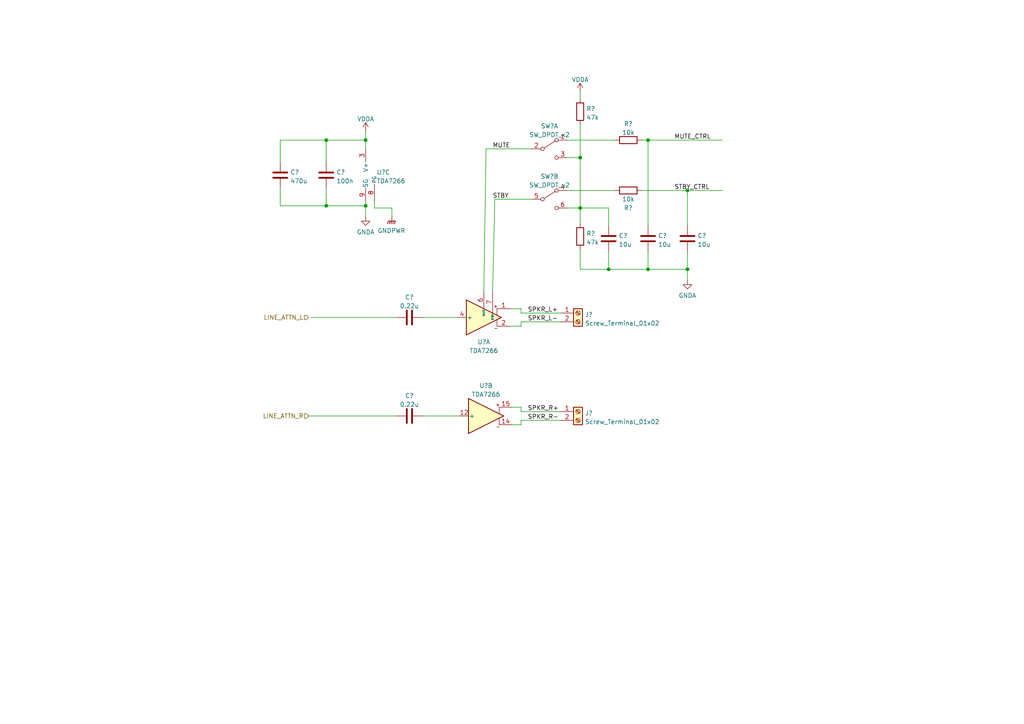
<source format=kicad_sch>
(kicad_sch (version 20211123) (generator eeschema)
  (paper "A4")
  (lib_symbols
    (symbol "Amplifier_Audio:TDA7266" (pin_names (offset 0.127))
      (property "Reference" "U" (at 5.08 5.08 0))
      (property "Value" "TDA7266" (at 5.08 -5.08 0))
      (symbol "TDA7266_1_1"
        (polyline (pts (xy 3.048 3.175) (xy 3.81 3.175)))
        (polyline (pts (xy 3.175 -3.175) (xy 3.81 -3.175)))
        (polyline (pts (xy 3.429 2.794) (xy 3.429 3.556)))
        (polyline (pts (xy 3.81 -0.635) (xy 3.81 -2.54)))
        (polyline (pts (xy 3.81 2.54) (xy 3.81 0.635)))
        (polyline (pts (xy 5.08 0) (xy -5.08 5.08) (xy -5.08 -5.08) (xy 5.08 0)) (stroke (width 0.254)) (fill (type background)))
        (pin output line (at 7.62 2.54 180) (length 3.81) (name "~") (number "1"))
        (pin no_connect line (at 0 2.54 270) (length 2.54) hide (name "NC") (number "10"))
        (pin no_connect line (at 2.54 2.54 270) (length 2.54) hide (name "NC") (number "11"))
        (pin output line (at 7.62 -2.54 180) (length 3.81) (name "~") (number "2"))
        (pin input line (at -7.62 0 0) (length 2.54) (name "+") (number "4"))
        (pin no_connect line (at -2.54 2.54 270) (length 2.54) hide (name "NC") (number "5"))
        (pin input line (at 0 7.62 270) (length 5.08) (name "MUTE") (number "6"))
        (pin input line (at 2.54 7.62 270) (length 6.35) (name "STBY") (number "7"))
      )
      (symbol "TDA7266_2_1"
        (polyline (pts (xy 3.048 3.175) (xy 3.81 3.175)))
        (polyline (pts (xy 3.175 -3.175) (xy 3.81 -3.175)))
        (polyline (pts (xy 3.429 2.794) (xy 3.429 3.556)))
        (polyline (pts (xy 3.81 -0.635) (xy 3.81 -2.54)))
        (polyline (pts (xy 3.81 2.54) (xy 3.81 0.635)))
        (polyline (pts (xy 5.08 0) (xy -5.08 5.08) (xy -5.08 -5.08) (xy 5.08 0)) (stroke (width 0.254)) (fill (type background)))
        (pin input line (at -7.62 0 0) (length 2.54) (name "+") (number "12"))
        (pin output line (at 7.62 -2.54 180) (length 3.81) (name "~") (number "14"))
        (pin output line (at 7.62 2.54 180) (length 3.81) (name "~") (number "15"))
      )
      (symbol "TDA7266_3_1"
        (pin passive line (at -2.54 7.62 270) (length 3.81) hide (name "V+") (number "13"))
        (pin power_in line (at -2.54 7.62 270) (length 3.81) (name "V+") (number "3"))
        (pin power_in line (at 0 -7.62 90) (length 5.08) (name "PG") (number "8"))
        (pin power_in line (at -2.54 -7.62 90) (length 3.81) (name "SG") (number "9"))
      )
    )
    (symbol "Connector:Screw_Terminal_01x02" (pin_names (offset 1.016) hide)
      (property "Reference" "J" (at 0 2.54 0))
      (property "Value" "Screw_Terminal_01x02" (at 0 -5.08 0))
      (symbol "Screw_Terminal_01x02_1_1"
        (rectangle (start -1.27 1.27) (end 1.27 -3.81) (stroke (width 0.254)) (fill (type background)))
        (circle (center 0 -2.54) (radius 0.635) (stroke (width 0.1524)))
        (polyline (pts (xy -0.5334 -2.2098) (xy 0.3302 -3.048)) (stroke (width 0.1524)))
        (polyline (pts (xy -0.5334 0.3302) (xy 0.3302 -0.508)) (stroke (width 0.1524)))
        (polyline (pts (xy -0.3556 -2.032) (xy 0.508 -2.8702)) (stroke (width 0.1524)))
        (polyline (pts (xy -0.3556 0.508) (xy 0.508 -0.3302)) (stroke (width 0.1524)))
        (circle (center 0 0) (radius 0.635) (stroke (width 0.1524)))
        (pin passive line (at -5.08 0 0) (length 3.81) (name "Pin_1") (number "1"))
        (pin passive line (at -5.08 -2.54 0) (length 3.81) (name "Pin_2") (number "2"))
      )
    )
    (symbol "Device:C" (pin_numbers hide) (pin_names (offset 0.254))
      (property "Reference" "C" (at 0.635 2.54 0))
      (property "Value" "C" (at 0.635 -2.54 0))
      (symbol "C_0_1"
        (polyline (pts (xy -2.032 -0.762) (xy 2.032 -0.762)) (stroke (width 0.508)))
        (polyline (pts (xy -2.032 0.762) (xy 2.032 0.762)) (stroke (width 0.508)))
      )
      (symbol "C_1_1"
        (pin passive line (at 0 3.81 270) (length 2.794) (name "~") (number "1"))
        (pin passive line (at 0 -3.81 90) (length 2.794) (name "~") (number "2"))
      )
    )
    (symbol "Device:R" (pin_numbers hide) (pin_names (offset 0))
      (property "Reference" "R" (at 2.032 0 90))
      (property "Value" "R" (at 0 0 90))
      (symbol "R_0_1"
        (rectangle (start -1.016 -2.54) (end 1.016 2.54) (stroke (width 0.254)))
      )
      (symbol "R_1_1"
        (pin passive line (at 0 3.81 270) (length 1.27) (name "~") (number "1"))
        (pin passive line (at 0 -3.81 90) (length 1.27) (name "~") (number "2"))
      )
    )
    (symbol "Switch:SW_DPDT_x2" (pin_names (offset 0) hide)
      (property "Reference" "SW" (at 0 4.318 0))
      (property "Value" "SW_DPDT_x2" (at 0 -5.08 0))
      (symbol "SW_DPDT_x2_0_0"
        (circle (center -2.032 0) (radius 0.508))
        (circle (center 2.032 -2.54) (radius 0.508))
      )
      (symbol "SW_DPDT_x2_0_1"
        (polyline (pts (xy -1.524 0.254) (xy 1.651 2.286)))
        (circle (center 2.032 2.54) (radius 0.508))
      )
      (symbol "SW_DPDT_x2_1_1"
        (pin passive line (at 5.08 2.54 180) (length 2.54) (name "A") (number "1"))
        (pin passive line (at -5.08 0 0) (length 2.54) (name "B") (number "2"))
        (pin passive line (at 5.08 -2.54 180) (length 2.54) (name "C") (number "3"))
      )
      (symbol "SW_DPDT_x2_2_1"
        (pin passive line (at 5.08 2.54 180) (length 2.54) (name "A") (number "4"))
        (pin passive line (at -5.08 0 0) (length 2.54) (name "B") (number "5"))
        (pin passive line (at 5.08 -2.54 180) (length 2.54) (name "C") (number "6"))
      )
    )
    (symbol "power:GNDA" (power) (pin_names (offset 0))
      (property "Value" "GNDA" (at 0 -3.81 0))
      (symbol "GNDA_0_1"
        (polyline (pts (xy 0 0) (xy 0 -1.27) (xy 1.27 -1.27) (xy 0 -2.54) (xy -1.27 -1.27) (xy 0 -1.27)))
      )
      (symbol "GNDA_1_1"
        (pin power_in line (at 0 0 270) (length 0) hide (name "GNDA") (number "1"))
      )
    )
    (symbol "power:GNDPWR" (power) (pin_names (offset 0))
      (property "Value" "GNDPWR" (at 0 -3.302 0))
      (symbol "GNDPWR_0_1"
        (polyline (pts (xy 0 -1.27) (xy 0 0)))
        (polyline (pts (xy -1.016 -1.27) (xy -1.27 -2.032) (xy -1.27 -2.032)) (stroke (width 0.2032)))
        (polyline (pts (xy -0.508 -1.27) (xy -0.762 -2.032) (xy -0.762 -2.032)) (stroke (width 0.2032)))
        (polyline (pts (xy 0 -1.27) (xy -0.254 -2.032) (xy -0.254 -2.032)) (stroke (width 0.2032)))
        (polyline (pts (xy 0.508 -1.27) (xy 0.254 -2.032) (xy 0.254 -2.032)) (stroke (width 0.2032)))
        (polyline (pts (xy 1.016 -1.27) (xy -1.016 -1.27) (xy -1.016 -1.27)) (stroke (width 0.2032)))
        (polyline (pts (xy 1.016 -1.27) (xy 0.762 -2.032) (xy 0.762 -2.032) (xy 0.762 -2.032)) (stroke (width 0.2032)))
      )
      (symbol "GNDPWR_1_1"
        (pin power_in line (at 0 0 270) (length 0) hide (name "GNDPWR") (number "1"))
      )
    )
    (symbol "power:VDDA" (power) (pin_names (offset 0))
      (property "Value" "VDDA" (at 0 3.81 0))
      (symbol "VDDA_0_1"
        (polyline (pts (xy -0.762 1.27) (xy 0 2.54)))
        (polyline (pts (xy 0 0) (xy 0 2.54)))
        (polyline (pts (xy 0 2.54) (xy 0.762 1.27)))
      )
      (symbol "VDDA_1_1"
        (pin power_in line (at 0 0 90) (length 0) hide (name "VDDA") (number "1"))
      )
    )
  )
  (junction (at 199.39 55.245))
  (junction (at 106.045 40.64))
  (junction (at 94.615 59.69))
  (junction (at 168.275 45.72))
  (junction (at 106.045 59.69))
  (junction (at 94.615 40.64))
  (junction (at 168.275 60.325))
  (junction (at 187.96 78.105))
  (junction (at 199.39 78.105))
  (junction (at 176.53 78.105))
  (junction (at 187.96 40.64))
  (wire (pts (xy 187.96 78.105) (xy 187.96 73.025)))
  (wire (pts (xy 81.28 59.69) (xy 81.28 54.61)))
  (wire (pts (xy 122.555 120.65) (xy 133.35 120.65)))
  (wire (pts (xy 143.51 57.785) (xy 154.305 57.785)))
  (wire (pts (xy 94.615 54.61) (xy 94.615 59.69)))
  (wire (pts (xy 199.39 55.245) (xy 199.39 65.405)))
  (wire (pts (xy 94.615 59.69) (xy 106.045 59.69)))
  (wire (pts (xy 164.465 45.72) (xy 168.275 45.72)))
  (wire (pts (xy 168.275 60.325) (xy 176.53 60.325)))
  (wire (pts (xy 81.28 40.64) (xy 81.28 46.99)))
  (wire (pts (xy 140.97 43.18) (xy 140.335 84.455)))
  (wire (pts (xy 187.96 40.64) (xy 209.55 40.64)))
  (wire (pts (xy 151.13 119.38) (xy 162.56 119.38)))
  (wire (pts (xy 168.275 60.325) (xy 168.275 64.77)))
  (wire (pts (xy 89.535 120.65) (xy 114.935 120.65)))
  (wire (pts (xy 90.17 92.075) (xy 114.935 92.075)))
  (wire (pts (xy 151.13 94.615) (xy 151.13 93.345)))
  (wire (pts (xy 199.39 81.28) (xy 199.39 78.105)))
  (wire (pts (xy 94.615 46.99) (xy 94.615 40.64)))
  (wire (pts (xy 122.555 92.075) (xy 132.715 92.075)))
  (wire (pts (xy 151.13 90.805) (xy 162.56 90.805)))
  (wire (pts (xy 108.585 58.42) (xy 108.585 60.325)))
  (wire (pts (xy 187.96 40.64) (xy 187.96 65.405)))
  (wire (pts (xy 168.275 78.105) (xy 168.275 72.39)))
  (wire (pts (xy 176.53 60.325) (xy 176.53 65.405)))
  (wire (pts (xy 168.275 45.72) (xy 168.275 60.325)))
  (wire (pts (xy 147.955 89.535) (xy 151.13 89.535)))
  (wire (pts (xy 186.055 40.64) (xy 187.96 40.64)))
  (wire (pts (xy 151.13 118.11) (xy 151.13 119.38)))
  (wire (pts (xy 106.045 40.64) (xy 106.045 43.18)))
  (wire (pts (xy 187.96 78.105) (xy 176.53 78.105)))
  (wire (pts (xy 164.465 55.245) (xy 178.435 55.245)))
  (wire (pts (xy 168.275 26.67) (xy 168.275 28.575)))
  (wire (pts (xy 94.615 40.64) (xy 106.045 40.64)))
  (wire (pts (xy 143.51 57.785) (xy 142.875 84.455)))
  (wire (pts (xy 168.275 36.195) (xy 168.275 45.72)))
  (wire (pts (xy 199.39 78.105) (xy 199.39 73.025)))
  (wire (pts (xy 148.59 123.19) (xy 151.13 123.19)))
  (wire (pts (xy 164.465 60.325) (xy 168.275 60.325)))
  (wire (pts (xy 81.28 40.64) (xy 94.615 40.64)))
  (wire (pts (xy 164.465 40.64) (xy 178.435 40.64)))
  (wire (pts (xy 199.39 78.105) (xy 187.96 78.105)))
  (wire (pts (xy 186.055 55.245) (xy 199.39 55.245)))
  (wire (pts (xy 106.045 59.69) (xy 106.045 62.865)))
  (wire (pts (xy 151.13 89.535) (xy 151.13 90.805)))
  (wire (pts (xy 199.39 55.245) (xy 209.55 55.245)))
  (wire (pts (xy 151.13 93.345) (xy 162.56 93.345)))
  (wire (pts (xy 151.13 123.19) (xy 151.13 121.92)))
  (wire (pts (xy 148.59 118.11) (xy 151.13 118.11)))
  (wire (pts (xy 106.045 38.1) (xy 106.045 40.64)))
  (wire (pts (xy 176.53 78.105) (xy 176.53 73.025)))
  (wire (pts (xy 113.665 60.325) (xy 113.665 62.865)))
  (wire (pts (xy 108.585 60.325) (xy 113.665 60.325)))
  (wire (pts (xy 140.97 43.18) (xy 154.305 43.18)))
  (wire (pts (xy 81.28 59.69) (xy 94.615 59.69)))
  (wire (pts (xy 151.13 121.92) (xy 162.56 121.92)))
  (wire (pts (xy 106.045 58.42) (xy 106.045 59.69)))
  (wire (pts (xy 176.53 78.105) (xy 168.275 78.105)))
  (wire (pts (xy 147.955 94.615) (xy 151.13 94.615)))
  (label "SPKR_R+" (at 153.035 119.38 0))
  (label "MUTE" (at 142.875 43.18 0))
  (label "STBY_CTRL" (at 195.58 55.245 0))
  (label "SPKR_L+" (at 153.035 90.805 0))
  (label "STBY" (at 142.875 57.785 0))
  (label "SPKR_R-" (at 153.035 121.92 0))
  (label "SPKR_L-" (at 153.035 93.345 0))
  (label "MUTE_CTRL" (at 195.58 40.64 0))
  (hierarchical_label "LINE_ATTN_R" (shape input) (at 89.535 120.65 180))
  (hierarchical_label "LINE_ATTN_L" (shape input) (at 89.535 92.075 180))
  (symbol (lib_id "Switch:SW_DPDT_x2") (at 159.385 43.18 0) (unit 1)
    (property "Reference" "SW?" (at 159.385 36.5592 0))
    (property "Value" "SW_DPDT_x2" (at 159.385 39.0961 0))
  )
  (symbol (lib_id "Device:C") (at 199.39 69.215 0) (unit 1)
    (property "Reference" "C?" (at 202.311 68.3803 0) (effects (justify left)))
    (property "Value" "10u" (at 202.311 70.9172 0) (effects (justify left)))
  )
  (symbol (lib_id "Switch:SW_DPDT_x2") (at 159.385 57.785 0) (unit 2)
    (property "Reference" "SW?" (at 159.385 51.1642 0))
    (property "Value" "SW_DPDT_x2" (at 159.385 53.7011 0))
  )
  (symbol (lib_id "Device:C") (at 118.745 92.075 90) (unit 1)
    (property "Reference" "C?" (at 118.745 86.2162 90))
    (property "Value" "0.22u" (at 118.745 88.7531 90))
  )
  (symbol (lib_id "Connector:Screw_Terminal_01x02") (at 167.64 90.805 0) (unit 1)
    (property "Reference" "J?" (at 169.672 91.2403 0) (effects (justify left)))
    (property "Value" "Screw_Terminal_01x02" (at 169.672 93.7772 0) (effects (justify left)))
  )
  (symbol (lib_id "Device:C") (at 187.96 69.215 0) (unit 1)
    (property "Reference" "C?" (at 190.881 68.3803 0) (effects (justify left)))
    (property "Value" "10u" (at 190.881 70.9172 0) (effects (justify left)))
  )
  (symbol (lib_id "Amplifier_Audio:TDA7266") (at 108.585 50.8 0) (unit 3)
    (property "Reference" "U?" (at 109.22 49.9653 0) (effects (justify left)))
    (property "Value" "TDA7266" (at 109.22 52.5022 0) (effects (justify left)))
    (property "Footprint" "Package_TO_SOT_THT:TO-220-15_P2.54x2.54mm_StaggerOdd_Lead4.58mm_Vertical" (effects hide))
    (property "Datasheet" "http://www.st.com/resource/en/datasheet/tda7266.pdf" (effects hide))
  )
  (symbol (lib_id "Amplifier_Audio:TDA7266") (at 140.97 120.65 0) (unit 2)
    (property "Reference" "U?" (at 140.97 111.8702 0))
    (property "Value" "TDA7266" (at 140.97 114.4071 0))
    (property "Footprint" "Package_TO_SOT_THT:TO-220-15_P2.54x2.54mm_StaggerOdd_Lead4.58mm_Vertical" (effects hide))
    (property "Datasheet" "http://www.st.com/resource/en/datasheet/tda7266.pdf" (effects hide))
  )
  (symbol (lib_id "power:VDDA") (at 106.045 38.1 0) (unit 1)
    (property "Reference" "#PWR?" (effects hide))
    (property "Value" "VDDA" (at 106.045 34.5242 0))
  )
  (symbol (lib_id "Device:R") (at 168.275 68.58 180) (unit 1)
    (property "Reference" "R?" (at 170.053 67.7453 0) (effects (justify right)))
    (property "Value" "47k" (at 170.053 70.2822 0) (effects (justify right)))
  )
  (symbol (lib_id "Device:C") (at 118.745 120.65 90) (unit 1)
    (property "Reference" "C?" (at 118.745 114.7912 90))
    (property "Value" "0.22u" (at 118.745 117.3281 90))
  )
  (symbol (lib_id "Device:C") (at 94.615 50.8 0) (unit 1)
    (property "Reference" "C?" (at 97.536 49.9653 0) (effects (justify left)))
    (property "Value" "100n" (at 97.536 52.5022 0) (effects (justify left)))
  )
  (symbol (lib_id "power:VDDA") (at 168.275 26.67 0) (unit 1)
    (property "Reference" "#PWR?" (effects hide))
    (property "Value" "VDDA" (at 168.275 23.0942 0))
  )
  (symbol (lib_id "power:GNDPWR") (at 113.665 62.865 0) (unit 1)
    (property "Reference" "#PWR?" (effects hide))
    (property "Value" "GNDPWR" (at 113.538 66.902 0))
  )
  (symbol (lib_id "power:GNDA") (at 199.39 81.28 0) (unit 1)
    (property "Reference" "#PWR?" (effects hide))
    (property "Value" "GNDA" (at 199.39 85.7234 0))
  )
  (symbol (lib_id "Device:C") (at 81.28 50.8 0) (unit 1)
    (property "Reference" "C?" (at 84.201 49.9653 0) (effects (justify left)))
    (property "Value" "470u" (at 84.201 52.5022 0) (effects (justify left)))
  )
  (symbol (lib_id "Device:R") (at 182.245 55.245 90) (unit 1)
    (property "Reference" "R?" (at 182.245 60.325 90))
    (property "Value" "10k" (at 182.245 57.785 90))
  )
  (symbol (lib_id "Amplifier_Audio:TDA7266") (at 140.335 92.075 0) (unit 1)
    (property "Reference" "U?" (at 140.335 99.1854 0))
    (property "Value" "TDA7266" (at 140.335 101.7223 0))
    (property "Footprint" "Package_TO_SOT_THT:TO-220-15_P2.54x2.54mm_StaggerOdd_Lead4.58mm_Vertical" (effects hide))
    (property "Datasheet" "http://www.st.com/resource/en/datasheet/tda7266.pdf" (effects hide))
  )
  (symbol (lib_id "power:GNDA") (at 106.045 62.865 0) (unit 1)
    (property "Reference" "#PWR?" (effects hide))
    (property "Value" "GNDA" (at 106.045 67.3084 0))
  )
  (symbol (lib_id "Device:C") (at 176.53 69.215 0) (unit 1)
    (property "Reference" "C?" (at 179.451 68.3803 0) (effects (justify left)))
    (property "Value" "10u" (at 179.451 70.9172 0) (effects (justify left)))
  )
  (symbol (lib_id "Device:R") (at 182.245 40.64 90) (unit 1)
    (property "Reference" "R?" (at 182.245 35.9242 90))
    (property "Value" "10k" (at 182.245 38.4611 90))
  )
  (symbol (lib_id "Connector:Screw_Terminal_01x02") (at 167.64 119.38 0) (unit 1)
    (property "Reference" "J?" (at 169.672 119.8153 0) (effects (justify left)))
    (property "Value" "Screw_Terminal_01x02" (at 169.672 122.3522 0) (effects (justify left)))
  )
  (symbol (lib_id "Device:R") (at 168.275 32.385 180) (unit 1)
    (property "Reference" "R?" (at 170.053 31.5503 0) (effects (justify right)))
    (property "Value" "47k" (at 170.053 34.0872 0) (effects (justify right)))
  )
)
</source>
